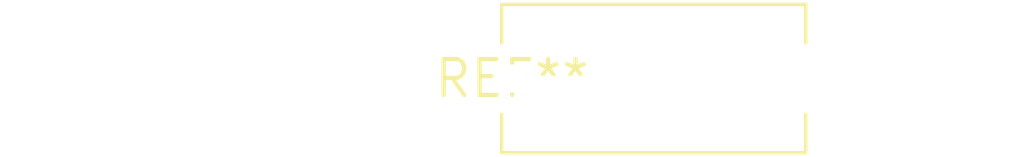
<source format=kicad_pcb>
(kicad_pcb (version 20240108) (generator pcbnew)
  (layers (0 "F.Cu" signal) (31 "B.Cu" signal) (34 "B.Paste" user) (35 "F.Paste" user) (36 "B.SilkS" user "B.Silkscreen") (37 "F.SilkS" user "F.Silkscreen") (38 "B.Mask" user) (39 "F.Mask" user) (44 "Edge.Cuts" user))
  (net 0 "")
  (footprint "C_Disc_D10.5mm_W5.0mm_P10.00mm" (layer "F.Cu") (at 0 0)
    (property "Reference" "REF**")
    (property "Value" "C_Disc_D10.5mm_W5.0mm_P10.00mm")
    (fp_line (start -0.37 -2.62) (end -0.37 -1.256) (layer "F.SilkS") (stroke (width 0.12)))
    (fp_line (start -0.37 -2.62) (end 10.37 -2.62) (layer "F.SilkS") (stroke (width 0.12)))
    (fp_line (start -0.37 1.256) (end -0.37 2.62) (layer "F.SilkS") (stroke (width 0.12)))
    (fp_line (start -0.37 2.62) (end 10.37 2.62) (layer "F.SilkS") (stroke (width 0.12)))
    (fp_line (start 10.37 -2.62) (end 10.37 -1.256) (layer "F.SilkS") (stroke (width 0.12)))
    (fp_line (start 10.37 1.256) (end 10.37 2.62) (layer "F.SilkS") (stroke (width 0.12)))
    (pad "1" thru_hole circle (at 0 0) (size 2 2) (drill 1) (layers *.Cu *.Mask) (remove_unused_layers))
    (pad "2" thru_hole circle (at 10 0) (size 2 2) (drill 1) (layers *.Cu *.Mask) (remove_unused_layers))
  )
)
</source>
